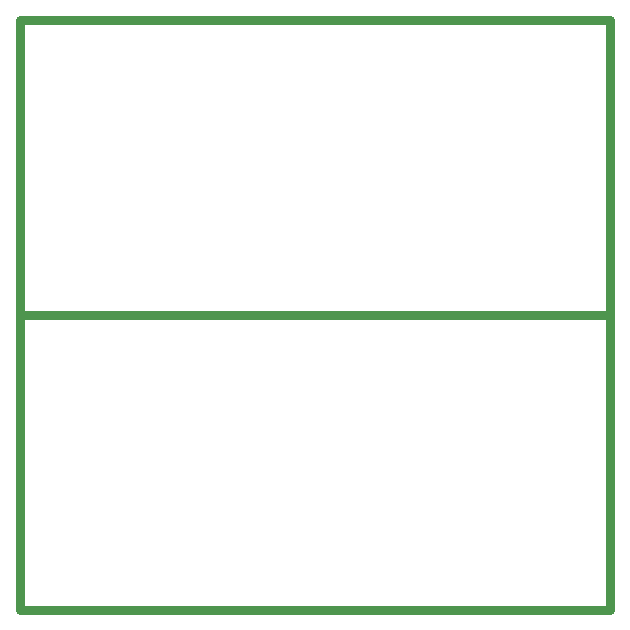
<source format=gko>
%FSLAX44Y44*%
%MOMM*%
G71*
G01*
G75*
G04 Layer_Color=16711935*
%ADD10C,0.2540*%
%ADD11C,0.8000*%
D10*
X0Y0D02*
Y500000D01*
X500000D01*
Y-0D02*
Y500000D01*
X0Y-0D02*
X500000D01*
X0D02*
Y0D01*
D11*
X500000D02*
Y250000D01*
X0D02*
X500000D01*
X0Y0D02*
Y250000D01*
Y0D02*
X500000D01*
Y250000D02*
Y500000D01*
X0D02*
X500000D01*
X0Y250000D02*
Y500000D01*
Y250000D02*
X500000D01*
M02*

</source>
